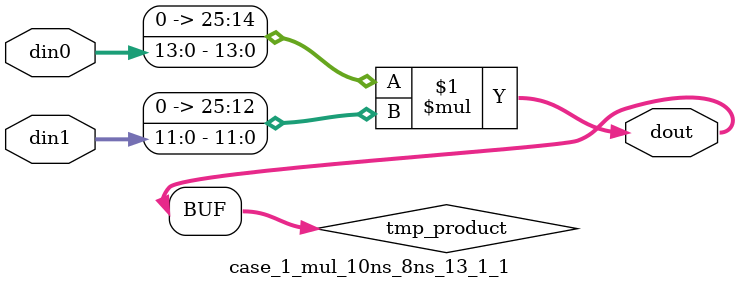
<source format=v>

`timescale 1 ns / 1 ps

 (* use_dsp = "no" *)  module case_1_mul_10ns_8ns_13_1_1(din0, din1, dout);
parameter ID = 1;
parameter NUM_STAGE = 0;
parameter din0_WIDTH = 14;
parameter din1_WIDTH = 12;
parameter dout_WIDTH = 26;

input [din0_WIDTH - 1 : 0] din0; 
input [din1_WIDTH - 1 : 0] din1; 
output [dout_WIDTH - 1 : 0] dout;

wire signed [dout_WIDTH - 1 : 0] tmp_product;
























assign tmp_product = $signed({1'b0, din0}) * $signed({1'b0, din1});











assign dout = tmp_product;





















endmodule

</source>
